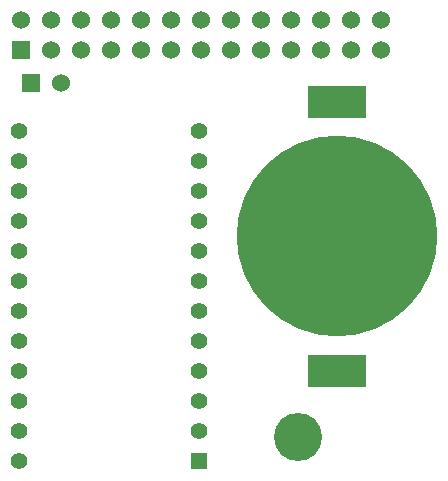
<source format=gts>
G04 (created by PCBNEW (2013-may-18)-stable) date Sun 22 Jun 2014 12:37:11 AM EDT*
%MOIN*%
G04 Gerber Fmt 3.4, Leading zero omitted, Abs format*
%FSLAX34Y34*%
G01*
G70*
G90*
G04 APERTURE LIST*
%ADD10C,0.00590551*%
%ADD11R,0.06X0.06*%
%ADD12C,0.06*%
%ADD13C,0.16*%
%ADD14R,0.055X0.055*%
%ADD15C,0.055*%
%ADD16R,0.19685X0.106299*%
%ADD17C,0.669291*%
G04 APERTURE END LIST*
G54D10*
G54D11*
X25881Y-30005D03*
G54D12*
X25881Y-29005D03*
X26881Y-30005D03*
X26881Y-29005D03*
X27881Y-30005D03*
X27881Y-29005D03*
X28881Y-30005D03*
X28881Y-29005D03*
X29881Y-30005D03*
X29881Y-29005D03*
X30881Y-30005D03*
X30881Y-29005D03*
X31881Y-30005D03*
X31881Y-29005D03*
X32881Y-30005D03*
X32881Y-29005D03*
X33881Y-30005D03*
X33881Y-29005D03*
X34881Y-30005D03*
X34881Y-29005D03*
X35881Y-30005D03*
X35881Y-29005D03*
X36881Y-30005D03*
X36881Y-29005D03*
X37881Y-30005D03*
X37881Y-29005D03*
G54D13*
X35100Y-42900D03*
G54D14*
X31800Y-43700D03*
G54D15*
X31800Y-42700D03*
X31800Y-41700D03*
X31800Y-40700D03*
X31800Y-39700D03*
X31800Y-38700D03*
X31800Y-37700D03*
X31800Y-36700D03*
X31800Y-35700D03*
X31800Y-34700D03*
X31800Y-33700D03*
X31800Y-32700D03*
X25800Y-32700D03*
X25800Y-33700D03*
X25800Y-34700D03*
X25800Y-35700D03*
X25800Y-36700D03*
X25800Y-37700D03*
X25800Y-38700D03*
X25800Y-39700D03*
X25800Y-40700D03*
X25800Y-41700D03*
X25800Y-42700D03*
X25800Y-43700D03*
G54D11*
X26200Y-31100D03*
G54D12*
X27200Y-31100D03*
G54D16*
X36400Y-31711D03*
X36400Y-40688D03*
G54D17*
X36400Y-36200D03*
M02*

</source>
